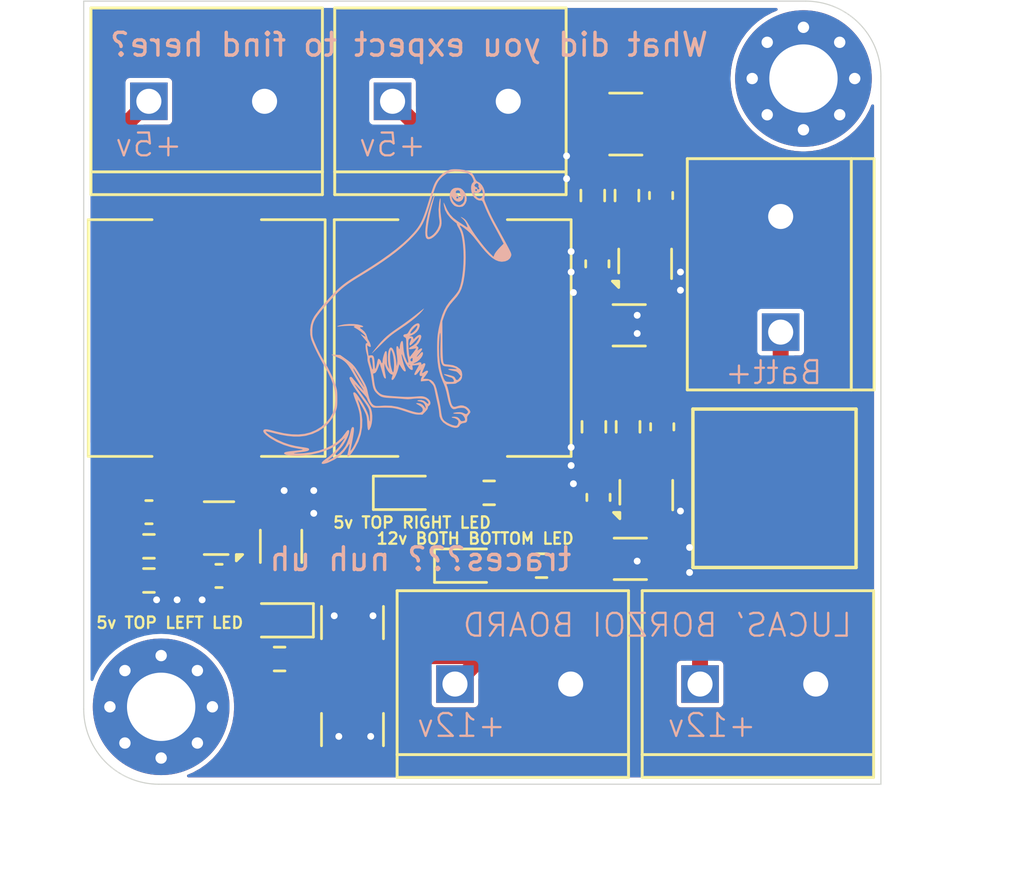
<source format=kicad_pcb>
(kicad_pcb (version 20240108) (generator "pcbnew") (generator_version "8.0")
  (title_block (title "BORZOI") (date "2025-02-13") (comment 4 "Contributors: Lucas Lessard"))
  (layers (0 "F.Cu" signal) (31 "B.Cu" signal) (34 "B.Paste" user) (35 "F.Paste" user) (36 "B.SilkS" user "B.Silkscreen") (37 "F.SilkS" user "F.Silkscreen") (38 "B.Mask" user) (39 "F.Mask" user) (44 "Edge.Cuts" user))
  (net 0 "")
  (net 1 "Net-(U1-SW)")
  (net 2 "Net-(U1-BST)")
  (net 3 "Net-(J2-Pin_1)")
  (net 4 "Net-(U2-BST)")
  (net 5 "Net-(U2-SW)")
  (net 6 "Net-(J3-Pin_1)")
  (net 7 "Net-(U3-SW)")
  (net 8 "Net-(U3-BST)")
  (net 9 "Net-(J1-Pin_1)")
  (net 10 "Net-(U1-FB)")
  (net 11 "Net-(U2-FB)")
  (net 12 "Net-(U3-FB)")
  (net 22 "Net-(J5-Pin_1)")
  (net 23 "Net-(D1-K)")
  (net 34 "Net-(D2-A)")
  (net 35 "Net-(D3-A)")
  (net 36 "Net-(D1-A)")
  (footprint "Capacitor_SMD:C_1210_3225Metric" (layer "F.Cu") (at 114.3 131.5 -90)
    (property "Reference" "C8" (hide yes))
    (property "Value" "47uF")
    (pad "1" smd roundrect (at -1.475 0 270) (size 1.15 2.7) (layers "F.Cu" "F.Paste" "F.Mask") (roundrect_rratio 0.217391) (net 6 "Net-(J3-Pin_1)"))
    (pad "2" smd roundrect (at 1.475 0 270) (size 1.15 2.7) (layers "F.Cu" "F.Paste" "F.Mask") (roundrect_rratio 0.217391) (net 23 "Net-(D1-K)"))
  )
  (footprint "Capacitor_SMD:C_0603_1608Metric" (layer "F.Cu") (at 125.1 121.3 90)
    (property "Reference" "C10" (hide yes))
    (property "Value" "100nF")
    (pad "1" smd roundrect (at -0.775 0 90) (size 0.9 0.95) (layers "F.Cu" "F.Paste" "F.Mask") (net 22 "Net-(J5-Pin_1)"))
    (pad "2" smd roundrect (at 0.775 0 90) (size 0.9 0.95) (layers "F.Cu" "F.Paste" "F.Mask") (net 23 "Net-(D1-K)"))
  )
  (footprint "Resistor_SMD:R_0603_1608Metric" (layer "F.Cu") (at 120.3 121.1 180)
    (property "Reference" "R8" (hide yes))
    (property "Value" "150")
    (pad "1" smd roundrect (at -0.825 0 180) (size 0.8 0.95) (layers "F.Cu" "F.Paste" "F.Mask") (net 3 "Net-(J2-Pin_1)"))
    (pad "2" smd roundrect (at 0.825 0 180) (size 0.8 0.95) (layers "F.Cu" "F.Paste" "F.Mask") (net 34 "Net-(D2-A)"))
  )
  (footprint "MountingHole:MountingHole_3mm_Pad_Via" (layer "F.Cu") (at 105.9 130.5)
    (property "Reference" "H3" (hide yes))
    (property "Value" "MountingHole_Pad")
    (pad "1" thru_hole circle (at -2.25 0) (size 0.8 0.8) (drill 0.5) (layers "*.Cu" "*.Mask"))
    (pad "1" thru_hole circle (at -1.59099 -1.59099) (size 0.8 0.8) (drill 0.5) (layers "*.Cu" "*.Mask"))
    (pad "1" thru_hole circle (at -1.59099 1.59099) (size 0.8 0.8) (drill 0.5) (layers "*.Cu" "*.Mask"))
    (pad "1" thru_hole circle (at 0 -2.25) (size 0.8 0.8) (drill 0.5) (layers "*.Cu" "*.Mask"))
    (pad "1" thru_hole circle (at 0 0) (size 6 6) (drill 3) (layers "*.Cu" "*.Mask"))
    (pad "1" thru_hole circle (at 0 2.25) (size 0.8 0.8) (drill 0.5) (layers "*.Cu" "*.Mask"))
    (pad "1" thru_hole circle (at 1.59099 -1.59099) (size 0.8 0.8) (drill 0.5) (layers "*.Cu" "*.Mask"))
    (pad "1" thru_hole circle (at 1.59099 1.59099) (size 0.8 0.8) (drill 0.5) (layers "*.Cu" "*.Mask"))
    (pad "1" thru_hole circle (at 2.25 0) (size 0.8 0.8) (drill 0.5) (layers "*.Cu" "*.Mask"))
  )
  (footprint "LED_SMD:LED_0603_1608Metric" (layer "F.Cu") (at 116.7 121.1)
    (property "Reference" "D2" (hide yes))
    (property "Value" "GREEN_LED")
    (pad "1" smd roundrect (at -0.7875 0) (size 0.875 0.95) (layers "F.Cu" "F.Paste" "F.Mask") (net 23 "Net-(D1-K)"))
    (pad "2" smd roundrect (at 0.7875 0) (size 0.875 0.95) (layers "F.Cu" "F.Paste" "F.Mask") (net 34 "Net-(D2-A)"))
  )
  (footprint "Inductor_SMD:L_Wuerth_HCI-1050" (layer "F.Cu") (at 118.7 114.3 90)
    (property "Reference" "L1" (hide yes))
    (property "Value" "7.8uH")
    (pad "1" smd rect (at -3.825 0 90) (size 3.85 4) (layers "F.Cu" "F.Paste" "F.Mask") (net 1 "Net-(U1-SW)"))
    (pad "2" smd rect (at 3.825 0 90) (size 3.85 4) (layers "F.Cu" "F.Paste" "F.Mask") (net 3 "Net-(J2-Pin_1)"))
  )
  (footprint "Package_TO_SOT_SMD:SOT-583-8" (layer "F.Cu") (at 127.2 121.2 90)
    (property "Reference" "U3" (hide yes))
    (property "Value" "TPS563300")
    (pad "1" smd roundrect (at -0.74 -0.75 90) (size 0.67 0.3) (layers "F.Cu" "F.Paste" "F.Mask") (roundrect_rratio 0.1666666667))
    (pad "2" smd roundrect (at -0.74 -0.25 90) (size 0.67 0.3) (layers "F.Cu" "F.Paste" "F.Mask") (roundrect_rratio 0.1666666667))
    (pad "3" smd roundrect (at -0.74 0.25 90) (size 0.67 0.3) (layers "F.Cu" "F.Paste" "F.Mask") (roundrect_rratio 0.1666666667) (net 22 "Net-(J5-Pin_1)"))
    (pad "4" smd roundrect (at -0.74 0.75 90) (size 0.67 0.3) (layers "F.Cu" "F.Paste" "F.Mask") (roundrect_rratio 0.1666666667) (net 23 "Net-(D1-K)"))
    (pad "5" smd roundrect (at 0.74 0.75 90) (size 0.67 0.3) (layers "F.Cu" "F.Paste" "F.Mask") (roundrect_rratio 0.1666666667) (net 7 "Net-(U3-SW)"))
    (pad "6" smd roundrect (at 0.74 0.25 90) (size 0.67 0.3) (layers "F.Cu" "F.Paste" "F.Mask") (roundrect_rratio 0.1666666667) (net 8 "Net-(U3-BST)"))
    (pad "7" smd roundrect (at 0.74 -0.25 90) (size 0.67 0.3) (layers "F.Cu" "F.Paste" "F.Mask") (roundrect_rratio 0.1666666667))
    (pad "8" smd roundrect (at 0.74 -0.75 90) (size 0.67 0.3) (layers "F.Cu" "F.Paste" "F.Mask") (roundrect_rratio 0.1666666667) (net 12 "Net-(U3-FB)"))
  )
  (footprint "Resistor_SMD:R_0603_1608Metric" (layer "F.Cu") (at 126.4 118.2 -90)
    (property "Reference" "R5" (hide yes))
    (property "Value" "140k")
    (pad "1" smd roundrect (at -0.825 0 270) (size 0.8 0.95) (layers "F.Cu" "F.Paste" "F.Mask") (net 9 "Net-(J1-Pin_1)"))
    (pad "2" smd roundrect (at 0.825 0 270) (size 0.8 0.95) (layers "F.Cu" "F.Paste" "F.Mask") (net 12 "Net-(U3-FB)"))
  )
  (footprint "Capacitor_SMD:C_0603_1608Metric" (layer "F.Cu") (at 125.05 111.04 90)
    (property "Reference" "C1" (hide yes))
    (property "Value" "100nF")
    (pad "1" smd roundrect (at -0.775 0 90) (size 0.9 0.95) (layers "F.Cu" "F.Paste" "F.Mask") (net 22 "Net-(J5-Pin_1)"))
    (pad "2" smd roundrect (at 0.775 0 90) (size 0.9 0.95) (layers "F.Cu" "F.Paste" "F.Mask") (net 23 "Net-(D1-K)"))
  )
  (footprint "MountingHole:MountingHole_3mm_Pad_Via" (layer "F.Cu") (at 134.1 102.9)
    (property "Reference" "H2" (hide yes))
    (property "Value" "MountingHole_Pad")
    (pad "1" thru_hole circle (at -2.25 0) (size 0.8 0.8) (drill 0.5) (layers "*.Cu" "*.Mask"))
    (pad "1" thru_hole circle (at -1.59099 -1.59099) (size 0.8 0.8) (drill 0.5) (layers "*.Cu" "*.Mask"))
    (pad "1" thru_hole circle (at -1.59099 1.59099) (size 0.8 0.8) (drill 0.5) (layers "*.Cu" "*.Mask"))
    (pad "1" thru_hole circle (at 0 -2.25) (size 0.8 0.8) (drill 0.5) (layers "*.Cu" "*.Mask"))
    (pad "1" thru_hole circle (at 0 0) (size 6 6) (drill 3) (layers "*.Cu" "*.Mask"))
    (pad "1" thru_hole circle (at 0 2.25) (size 0.8 0.8) (drill 0.5) (layers "*.Cu" "*.Mask"))
    (pad "1" thru_hole circle (at 1.59099 -1.59099) (size 0.8 0.8) (drill 0.5) (layers "*.Cu" "*.Mask"))
    (pad "1" thru_hole circle (at 1.59099 1.59099) (size 0.8 0.8) (drill 0.5) (layers "*.Cu" "*.Mask"))
    (pad "1" thru_hole circle (at 2.25 0) (size 0.8 0.8) (drill 0.5) (layers "*.Cu" "*.Mask"))
  )
  (footprint "Inductor_Coilcraft:L_Coilcraft_XGL6060-XXX" (layer "F.Cu") (at 132.8283 120.9)
    (property "Reference" "L3" (hide yes))
    (property "Value" "12uH")
    (pad "1" smd rect (at -2.1717 0) (size 1.2954 5.0038) (layers "F.Cu" "F.Paste" "F.Mask") (net 7 "Net-(U3-SW)"))
    (pad "2" smd rect (at 2.1717 0) (size 1.2954 5.0038) (layers "F.Cu" "F.Paste" "F.Mask") (net 9 "Net-(J1-Pin_1)"))
  )
  (footprint "Resistor_SMD:R_0603_1608Metric" (layer "F.Cu") (at 122.6 124.3 180)
    (property "Reference" "R7" (hide yes))
    (property "Value" "330")
    (pad "1" smd roundrect (at -0.825 0 180) (size 0.8 0.95) (layers "F.Cu" "F.Paste" "F.Mask") (net 9 "Net-(J1-Pin_1)"))
    (pad "2" smd roundrect (at 0.825 0 180) (size 0.8 0.95) (layers "F.Cu" "F.Paste" "F.Mask") (net 36 "Net-(D1-A)"))
  )
  (footprint "Capacitor_SMD:C_0603_1608Metric" (layer "F.Cu") (at 108.44 124.75 180)
    (property "Reference" "C6" (hide yes))
    (property "Value" "100nF")
    (pad "1" smd roundrect (at -0.775 0 180) (size 0.9 0.95) (layers "F.Cu" "F.Paste" "F.Mask") (net 22 "Net-(J5-Pin_1)"))
    (pad "2" smd roundrect (at 0.775 0 180) (size 0.9 0.95) (layers "F.Cu" "F.Paste" "F.Mask") (net 23 "Net-(D1-K)"))
  )
  (footprint "Capacitor_SMD:C_0603_1608Metric" (layer "F.Cu") (at 105.365 121.95 180)
    (property "Reference" "C7" (hide yes))
    (property "Value" "100nF")
    (pad "1" smd roundrect (at -0.775 0 180) (size 0.9 0.95) (layers "F.Cu" "F.Paste" "F.Mask") (net 4 "Net-(U2-BST)"))
    (pad "2" smd roundrect (at 0.775 0 180) (size 0.9 0.95) (layers "F.Cu" "F.Paste" "F.Mask") (net 5 "Net-(U2-SW)"))
  )
  (footprint "Capacitor_SMD:C_1206_3216Metric" (layer "F.Cu") (at 126.5 124)
    (property "Reference" "C9" (hide yes))
    (property "Value" "10uF")
    (pad "1" smd roundrect (at -1.475 0) (size 1.15 1.8) (layers "F.Cu" "F.Paste" "F.Mask") (roundrect_rratio 0.217391) (net 22 "Net-(J5-Pin_1)"))
    (pad "2" smd roundrect (at 1.475 0) (size 1.15 1.8) (layers "F.Cu" "F.Paste" "F.Mask") (roundrect_rratio 0.217391) (net 23 "Net-(D1-K)"))
  )
  (footprint "Connector_TE_Terminal-Block:TE_282837-2" (layer "F.Cu") (at 118.6 103.9)
    (property "Reference" "J2" (hide yes))
    (property "Value" "Screw_Terminal_01x02")
    (pad "1" thru_hole rect (at -2.54 0) (size 1.65 1.65) (drill 1.1) (layers "*.Cu" "*.Mask") (net 3 "Net-(J2-Pin_1)"))
    (pad "2" thru_hole circle (at 2.54 0) (size 1.65 1.65) (drill 1.1) (layers "*.Cu" "*.Mask") (net 23 "Net-(D1-K)"))
  )
  (footprint "Resistor_SMD:R_0603_1608Metric" (layer "F.Cu") (at 124.9 118.2 -90)
    (property "Reference" "R6" (hide yes))
    (property "Value" "10k")
    (pad "1" smd roundrect (at -0.825 0 270) (size 0.8 0.95) (layers "F.Cu" "F.Paste" "F.Mask") (net 12 "Net-(U3-FB)"))
    (pad "2" smd roundrect (at 0.825 0 270) (size 0.8 0.95) (layers "F.Cu" "F.Paste" "F.Mask") (net 23 "Net-(D1-K)"))
  )
  (footprint "Connector_TE_Terminal-Block:TE_282837-2" (layer "F.Cu") (at 107.9 103.9)
    (property "Reference" "J3" (hide yes))
    (property "Value" "Screw_Terminal_01x02")
    (pad "1" thru_hole rect (at -2.54 0) (size 1.65 1.65) (drill 1.1) (layers "*.Cu" "*.Mask") (net 6 "Net-(J3-Pin_1)"))
    (pad "2" thru_hole circle (at 2.54 0) (size 1.65 1.65) (drill 1.1) (layers "*.Cu" "*.Mask") (net 23 "Net-(D1-K)"))
  )
  (footprint "Capacitor_SMD:C_1210_3225Metric" (layer "F.Cu") (at 114.3 126.8 90)
    (property "Reference" "C12" (hide yes))
    (property "Value" "47uF")
    (pad "1" smd roundrect (at -1.475 0 90) (size 1.15 2.7) (layers "F.Cu" "F.Paste" "F.Mask") (roundrect_rratio 0.217391) (net 9 "Net-(J1-Pin_1)"))
    (pad "2" smd roundrect (at 1.475 0 90) (size 1.15 2.7) (layers "F.Cu" "F.Paste" "F.Mask") (roundrect_rratio 0.217391) (net 23 "Net-(D1-K)"))
  )
  (footprint "LED_SMD:LED_0603_1608Metric" (layer "F.Cu") (at 111.1 126.7 180)
    (property "Reference" "D3" (hide yes))
    (property "Value" "GREEN_LED")
    (pad "1" smd roundrect (at -0.7875 0 180) (size 0.875 0.95) (layers "F.Cu" "F.Paste" "F.Mask") (net 23 "Net-(D1-K)"))
    (pad "2" smd roundrect (at 0.7875 0 180) (size 0.875 0.95) (layers "F.Cu" "F.Paste" "F.Mask") (net 35 "Net-(D3-A)"))
  )
  (footprint "Connector_TE_Terminal-Block:TE_282837-2" (layer "F.Cu") (at 121.34 129.5)
    (property "Reference" "J1" (hide yes))
    (property "Value" "Screw_Terminal_01x02")
    (pad "1" thru_hole rect (at -2.54 0) (size 1.65 1.65) (drill 1.1) (layers "*.Cu" "*.Mask") (net 9 "Net-(J1-Pin_1)"))
    (pad "2" thru_hole circle (at 2.54 0) (size 1.65 1.65) (drill 1.1) (layers "*.Cu" "*.Mask") (net 23 "Net-(D1-K)"))
  )
  (footprint "Package_TO_SOT_SMD:SOT-583-8" (layer "F.Cu") (at 108.44 122.65 180)
    (property "Reference" "U2" (hide yes))
    (property "Value" "TPS563300")
    (pad "1" smd roundrect (at -0.74 -0.75 180) (size 0.67 0.3) (layers "F.Cu" "F.Paste" "F.Mask") (roundrect_rratio 0.1666666667))
    (pad "2" smd roundrect (at -0.74 -0.25 180) (size 0.67 0.3) (layers "F.Cu" "F.Paste" "F.Mask") (roundrect_rratio 0.1666666667))
    (pad "3" smd roundrect (at -0.74 0.25 180) (size 0.67 0.3) (layers "F.Cu" "F.Paste" "F.Mask") (roundrect_rratio 0.1666666667) (net 22 "Net-(J5-Pin_1)"))
    (pad "4" smd roundrect (at -0.74 0.75 180) (size 0.67 0.3) (layers "F.Cu" "F.Paste" "F.Mask") (roundrect_rratio 0.1666666667) (net 23 "Net-(D1-K)"))
    (pad "5" smd roundrect (at 0.74 0.75 180) (size 0.67 0.3) (layers "F.Cu" "F.Paste" "F.Mask") (roundrect_rratio 0.1666666667) (net 5 "Net-(U2-SW)"))
    (pad "6" smd roundrect (at 0.74 0.25 180) (size 0.67 0.3) (layers "F.Cu" "F.Paste" "F.Mask") (roundrect_rratio 0.1666666667) (net 4 "Net-(U2-BST)"))
    (pad "7" smd roundrect (at 0.74 -0.25 180) (size 0.67 0.3) (layers "F.Cu" "F.Paste" "F.Mask") (roundrect_rratio 0.1666666667))
    (pad "8" smd roundrect (at 0.74 -0.75 180) (size 0.67 0.3) (layers "F.Cu" "F.Paste" "F.Mask") (roundrect_rratio 0.1666666667) (net 11 "Net-(U2-FB)"))
  )
  (footprint "Resistor_SMD:R_0603_1608Metric" (layer "F.Cu") (at 105.365 124.95)
    (property "Reference" "R4" (hide yes))
    (property "Value" "10k")
    (pad "1" smd roundrect (at -0.825 0) (size 0.8 0.95) (layers "F.Cu" "F.Paste" "F.Mask") (net 11 "Net-(U2-FB)"))
    (pad "2" smd roundrect (at 0.825 0) (size 0.8 0.95) (layers "F.Cu" "F.Paste" "F.Mask") (net 23 "Net-(D1-K)"))
  )
  (footprint "Connector_TE_Terminal-Block:TE_282837-2" (layer "F.Cu") (at 133.1 111.5 90)
    (property "Reference" "J5" (hide yes))
    (property "Value" "Screw_Terminal_01x02")
    (pad "1" thru_hole rect (at -2.54 0 90) (size 1.65 1.65) (drill 1.1) (layers "*.Cu" "*.Mask") (net 22 "Net-(J5-Pin_1)"))
    (pad "2" thru_hole circle (at 2.54 0 90) (size 1.65 1.65) (drill 1.1) (layers "*.Cu" "*.Mask") (net 23 "Net-(D1-K)"))
  )
  (footprint "Resistor_SMD:R_0603_1608Metric" (layer "F.Cu") (at 111.1 128.4)
    (property "Reference" "R9" (hide yes))
    (property "Value" "150")
    (pad "1" smd roundrect (at -0.825 0) (size 0.8 0.95) (layers "F.Cu" "F.Paste" "F.Mask") (net 6 "Net-(J3-Pin_1)"))
    (pad "2" smd roundrect (at 0.825 0) (size 0.8 0.95) (layers "F.Cu" "F.Paste" "F.Mask") (net 35 "Net-(D3-A)"))
  )
  (footprint "Capacitor_SMD:C_1206_3216Metric" (layer "F.Cu") (at 126.45 113.74)
    (property "Reference" "C2" (hide yes))
    (property "Value" "10uF")
    (pad "1" smd roundrect (at -1.475 0) (size 1.15 1.8) (layers "F.Cu" "F.Paste" "F.Mask") (roundrect_rratio 0.217391) (net 22 "Net-(J5-Pin_1)"))
    (pad "2" smd roundrect (at 1.475 0) (size 1.15 1.8) (layers "F.Cu" "F.Paste" "F.Mask") (roundrect_rratio 0.217391) (net 23 "Net-(D1-K)"))
  )
  (footprint "LED_SMD:LED_0603_1608Metric" (layer "F.Cu") (at 119.3875 124.3)
    (property "Reference" "D1" (hide yes))
    (property "Value" "AMBER_LED")
    (pad "1" smd roundrect (at -0.7875 0) (size 0.875 0.95) (layers "F.Cu" "F.Paste" "F.Mask") (net 23 "Net-(D1-K)"))
    (pad "2" smd roundrect (at 0.7875 0) (size 0.875 0.95) (layers "F.Cu" "F.Paste" "F.Mask") (net 36 "Net-(D1-A)"))
  )
  (footprint "Inductor_SMD:L_Wuerth_HCI-1050" (layer "F.Cu") (at 107.9 114.3 -90)
    (property "Reference" "L2" (hide yes))
    (property "Value" "7.8uH")
    (pad "1" smd rect (at -3.825 0 270) (size 3.85 4) (layers "F.Cu" "F.Paste" "F.Mask") (net 5 "Net-(U2-SW)"))
    (pad "2" smd rect (at 3.825 0 270) (size 3.85 4) (layers "F.Cu" "F.Paste" "F.Mask") (net 6 "Net-(J3-Pin_1)"))
  )
  (footprint "Resistor_SMD:R_0603_1608Metric" (layer "F.Cu") (at 124.85 108.04 -90)
    (property "Reference" "R2" (hide yes))
    (property "Value" "10k")
    (pad "1" smd roundrect (at -0.825 0 270) (size 0.8 0.95) (layers "F.Cu" "F.Paste" "F.Mask") (net 10 "Net-(U1-FB)"))
    (pad "2" smd roundrect (at 0.825 0 270) (size 0.8 0.95) (layers "F.Cu" "F.Paste" "F.Mask") (net 23 "Net-(D1-K)"))
  )
  (footprint "Resistor_SMD:R_0603_1608Metric" (layer "F.Cu") (at 126.35 108.04 -90)
    (property "Reference" "R1" (hide yes))
    (property "Value" "52.3k")
    (pad "1" smd roundrect (at -0.825 0 270) (size 0.8 0.95) (layers "F.Cu" "F.Paste" "F.Mask") (net 3 "Net-(J2-Pin_1)"))
    (pad "2" smd roundrect (at 0.825 0 270) (size 0.8 0.95) (layers "F.Cu" "F.Paste" "F.Mask") (net 10 "Net-(U1-FB)"))
  )
  (footprint "Connector_TE_Terminal-Block:TE_282837-2" (layer "F.Cu") (at 132.1 129.5)
    (property "Reference" "J4" (hide yes))
    (property "Value" "Screw_Terminal_01x02")
    (pad "1" thru_hole rect (at -2.54 0) (size 1.65 1.65) (drill 1.1) (layers "*.Cu" "*.Mask") (net 9 "Net-(J1-Pin_1)"))
    (pad "2" thru_hole circle (at 2.54 0) (size 1.65 1.65) (drill 1.1) (layers "*.Cu" "*.Mask") (net 23 "Net-(D1-K)"))
  )
  (footprint "Package_TO_SOT_SMD:SOT-583-8" (layer "F.Cu") (at 127.15 111.04 90)
    (property "Reference" "U1" (hide yes))
    (property "Value" "TPS563300")
    (pad "1" smd roundrect (at -0.74 -0.75 90) (size 0.67 0.3) (layers "F.Cu" "F.Paste" "F.Mask") (roundrect_rratio 0.1666666667))
    (pad "2" smd roundrect (at -0.74 -0.25 90) (size 0.67 0.3) (layers "F.Cu" "F.Paste" "F.Mask") (roundrect_rratio 0.1666666667))
    (pad "3" smd roundrect (at -0.74 0.25 90) (size 0.67 0.3) (layers "F.Cu" "F.Paste" "F.Mask") (roundrect_rratio 0.1666666667) (net 22 "Net-(J5-Pin_1)"))
    (pad "4" smd roundrect (at -0.74 0.75 90) (size 0.67 0.3) (layers "F.Cu" "F.Paste" "F.Mask") (roundrect_rratio 0.1666666667) (net 23 "Net-(D1-K)"))
    (pad "5" smd roundrect (at 0.74 0.75 90) (size 0.67 0.3) (layers "F.Cu" "F.Paste" "F.Mask") (roundrect_rratio 0.1666666667) (net 1 "Net-(U1-SW)"))
    (pad "6" smd roundrect (at 0.74 0.25 90) (size 0.67 0.3) (layers "F.Cu" "F.Paste" "F.Mask") (roundrect_rratio 0.1666666667) (net 2 "Net-(U1-BST)"))
    (pad "7" smd roundrect (at 0.74 -0.25 90) (size 0.67 0.3) (layers "F.Cu" "F.Paste" "F.Mask") (roundrect_rratio 0.1666666667))
    (pad "8" smd roundrect (at 0.74 -0.75 90) (size 0.67 0.3) (layers "F.Cu" "F.Paste" "F.Mask") (roundrect_rratio 0.1666666667) (net 10 "Net-(U1-FB)"))
  )
  (footprint "Resistor_SMD:R_0603_1608Metric" (layer "F.Cu") (at 105.365 123.45)
    (property "Reference" "R3" (hide yes))
    (property "Value" "52.3k")
    (pad "1" smd roundrect (at -0.825 0) (size 0.8 0.95) (layers "F.Cu" "F.Paste" "F.Mask") (net 6 "Net-(J3-Pin_1)"))
    (pad "2" smd roundrect (at 0.825 0) (size 0.8 0.95) (layers "F.Cu" "F.Paste" "F.Mask") (net 11 "Net-(U2-FB)"))
  )
  (footprint "Capacitor_SMD:C_0603_1608Metric" (layer "F.Cu") (at 127.85 108.04 90)
    (property "Reference" "C3" (hide yes))
    (property "Value" "100nF")
    (pad "1" smd roundrect (at -0.775 0 90) (size 0.9 0.95) (layers "F.Cu" "F.Paste" "F.Mask") (net 2 "Net-(U1-BST)"))
    (pad "2" smd roundrect (at 0.775 0 90) (size 0.9 0.95) (layers "F.Cu" "F.Paste" "F.Mask") (net 1 "Net-(U1-SW)"))
  )
  (footprint "Capacitor_SMD:C_1210_3225Metric" (layer "F.Cu") (at 126.3 104.9 180)
    (property "Reference" "C4" (hide yes))
    (property "Value" "47uF")
    (pad "1" smd roundrect (at -1.475 0 180) (size 1.15 2.7) (layers "F.Cu" "F.Paste" "F.Mask") (roundrect_rratio 0.217391) (net 3 "Net-(J2-Pin_1)"))
    (pad "2" smd roundrect (at 1.475 0 180) (size 1.15 2.7) (layers "F.Cu" "F.Paste" "F.Mask") (roundrect_rratio 0.217391) (net 23 "Net-(D1-K)"))
  )
  (footprint "Capacitor_SMD:C_1206_3216Metric" (layer "F.Cu") (at 111.165 123.45 90)
    (property "Reference" "C5" (hide yes))
    (property "Value" "10uF")
    (pad "1" smd roundrect (at -1.475 0 90) (size 1.15 1.8) (layers "F.Cu" "F.Paste" "F.Mask") (roundrect_rratio 0.217391) (net 22 "Net-(J5-Pin_1)"))
    (pad "2" smd roundrect (at 1.475 0 90) (size 1.15 1.8) (layers "F.Cu" "F.Paste" "F.Mask") (roundrect_rratio 0.217391) (net 23 "Net-(D1-K)"))
  )
  (footprint "Capacitor_SMD:C_0603_1608Metric" (layer "F.Cu") (at 127.9 118.2 90)
    (property "Reference" "C11" (hide yes))
    (property "Value" "100nF")
    (pad "1" smd roundrect (at -0.775 0 90) (size 0.9 0.95) (layers "F.Cu" "F.Paste" "F.Mask") (net 8 "Net-(U3-BST)"))
    (pad "2" smd roundrect (at 0.775 0 90) (size 0.9 0.95) (layers "F.Cu" "F.Paste" "F.Mask") (net 7 "Net-(U3-SW)"))
  )
  (footprint "memes:dogs" (layer "B.Cu") (at 115.9 113.1 180)
    (property "Reference" "G***" (hide yes))
    (property "Value" "LOGO" (hide yes))
  )
  (gr_line (start 137.5 133.9) (end 105.8 133.9) (stroke (width 0.05)) (layer "Edge.Cuts"))
  (gr_line (start 137.5 102.8) (end 137.5 133.9) (stroke (width 0.05)) (layer "Edge.Cuts"))
  (gr_line (start 102.5 99.5) (end 134.2 99.5) (stroke (width 0.05)) (layer "Edge.Cuts"))
  (gr_arc (start 134.2 99.5) (mid 136.533452 100.466548) (end 137.5 102.8) (stroke (width 0.05)) (layer "Edge.Cuts"))
  (gr_line (start 102.5 130.6) (end 102.5 99.5) (stroke (width 0.05)) (layer "Edge.Cuts"))
  (gr_arc (start 105.8 133.9) (mid 103.466548 132.933452) (end 102.5 130.6) (stroke (width 0.05)) (layer "Edge.Cuts"))
  (gr_text "+5v" (at 106.9 106.4 0) (layer "B.SilkS") (effects (font (size 1 1) (thickness 0.1)) (justify left bottom mirror)))
  (gr_text "+12v" (at 132.1 131.9 0) (layer "B.SilkS") (effects (font (size 1 1) (thickness 0.1)) (justify left bottom mirror)))
  (gr_text "+5v" (at 117.6 106.4 0) (layer "B.SilkS") (effects (font (size 1 1) (thickness 0.1)) (justify left bottom mirror)))
  (gr_text "LUCAS' BORZOI BOARD" (at 136.3 127.5 0) (layer "B.SilkS") (effects (font (size 1 1) (thickness 0.1)) (justify left bottom mirror)))
  (gr_text "What did you expect to find here?" (at 130 102 0) (layer "B.SilkS") (effects (font (size 1 1)) (justify left bottom mirror)))
  (gr_text "traces??? nuh uh" (at 124 124.6 0) (layer "B.SilkS") (effects (font (size 1 1)) (justify left bottom mirror)))
  (gr_text "Batt+" (at 135 116.4 0) (layer "B.SilkS") (effects (font (size 1 1) (thickness 0.1)) (justify left bottom mirror)))
  (gr_text "+12v" (at 121.1 131.9 0) (layer "B.SilkS") (effects (font (size 1 1) (thickness 0.1)) (justify left bottom mirror)))
  (gr_text "12v BOTH BOTTOM LED" (at 115.3 123.4 0) (layer "F.SilkS") (effects (font (size 0.5 0.5) (thickness 0.1) (bold yes)) (justify left bottom)))
  (gr_text "5v TOP RIGHT LED" (at 113.4 122.7 0) (layer "F.SilkS") (effects (font (size 0.5 0.5) (thickness 0.1) (bold yes)) (justify left bottom)))
  (gr_text "5v TOP LEFT LED" (at 103 127.1 0) (layer "F.SilkS") (effects (font (size 0.5 0.5) (thickness 0.1) (bold yes)) (justify left bottom)))
  (segment (start 128.9 106.69) (end 128.9 109.9) (width 0.7) (layer "F.Cu") (net 1))
  (segment (start 128.9 103.361702) (end 128.9 106.69) (width 0.7) (layer "F.Cu") (net 1))
  (segment (start 118.7 118.125) (end 118.625 118.125) (width 0.7) (layer "F.Cu") (net 1))
  (segment (start 114.4 113.625) (end 114.3 113.725) (width 0.7) (layer "F.Cu") (net 1))
  (segment (start 118.7 118.125) (end 114.3 113.725) (width 0.7) (layer "F.Cu") (net 1))
  (segment (start 127.638298 102.1) (end 128.9 103.361702) (width 0.7) (layer "F.Cu") (net 1))
  (segment (start 128.9 109.9) (end 128.5 110.3) (width 0.7) (layer "F.Cu") (net 1))
  (segment (start 114.4 102.1) (end 127.638298 102.1) (width 0.7) (layer "F.Cu") (net 1))
  (segment (start 128.9 106.69) (end 128.325 107.265) (width 0.7) (layer "F.Cu") (net 1))
  (segment (start 128.325 107.265) (end 127.85 107.265) (width 0.7) (layer "F.Cu") (net 1))
  (segment (start 114.4 102.1) (end 114.4 113.625) (width 0.7) (layer "F.Cu") (net 1))
  (segment (start 127.85 107.265) (end 127.87725 107.265) (width 0.7) (layer "F.Cu") (net 1))
  (segment (start 123.7 105.061702) (end 122.221702 106.54) (width 0.7) (layer "F.Cu") (net 3))
  (segment (start 118.7 110.475) (end 118.7 106.54) (width 0.7) (layer "F.Cu") (net 3))
  (segment (start 126.35 103.35) (end 126.35 104.8) (width 0.7) (layer "F.Cu") (net 3))
  (segment (start 126 103) (end 124.161702 103) (width 0.7) (layer "F.Cu") (net 3))
  (segment (start 126.35 104.8) (end 126.35 107.215) (width 0.7) (layer "F.Cu") (net 3))
  (segment (start 126.35 103.35) (end 126 103) (width 0.7) (layer "F.Cu") (net 3))
  (segment (start 124.161702 103) (end 123.7 103.461702) (width 0.7) (layer "F.Cu") (net 3))
  (segment (start 127.775 104.8) (end 126.35 104.8) (width 0.7) (layer "F.Cu") (net 3))
  (segment (start 121.0875 112.8625) (end 118.7 110.475) (width 0.2) (layer "F.Cu") (net 3))
  (segment (start 123.7 103.461702) (end 123.7 105.061702) (width 0.7) (layer "F.Cu") (net 3))
  (segment (start 121.0875 121.1) (end 121.0875 112.8625) (width 0.2) (layer "F.Cu") (net 3))
  (segment (start 118.7 106.54) (end 122.221702 106.54) (width 0.7) (layer "F.Cu") (net 3))
  (segment (start 118.7 106.54) (end 116.06 103.9) (width 0.7) (layer "F.Cu") (net 3))
  (segment (start 107.9 110.475) (end 111.6 114.175) (width 0.7) (layer "F.Cu") (net 5))
  (segment (start 111.6 119.45) (end 110.125 120.925) (width 0.7) (layer "F.Cu") (net 5))
  (segment (start 105.58775 120.925) (end 104.59 121.92275) (width 0.7) (layer "F.Cu") (net 5))
  (segment (start 111.6 114.175) (end 111.6 119.45) (width 0.7) (layer "F.Cu") (net 5))
  (segment (start 110.125 120.925) (end 105.58775 120.925) (width 0.7) (layer "F.Cu") (net 5))
  (segment (start 104.59 121.92275) (end 104.59 121.95) (width 0.7) (layer "F.Cu") (net 5))
  (segment (start 107.9 126.7) (end 109.55 128.35) (width 0.7) (layer "F.Cu") (net 6))
  (segment (start 105.36 103.9) (end 104.475 104.785) (width 0.7) (layer "F.Cu") (net 6))
  (segment (start 104.14 123.45) (end 104.54 123.45) (width 0.7) (layer "F.Cu") (net 6))
  (segment (start 107.9 118.125) (end 104.475 118.125) (width 0.7) (layer "F.Cu") (net 6))
  (segment (start 110.3125 128.4) (end 109.6 128.4) (width 0.2) (layer "F.Cu") (net 6))
  (segment (start 109.55 128.35) (end 111.225 130.025) (width 0.7) (layer "F.Cu") (net 6))
  (segment (start 104.475 118.125) (end 103.35 119.25) (width 0.7) (layer "F.Cu") (net 6))
  (segment (start 111.225 130.025) (end 114.3 130.025) (width 0.7) (layer "F.Cu") (net 6))
  (segment (start 109.6 128.4) (end 109.55 128.35) (width 0.2) (layer "F.Cu") (net 6))
  (segment (start 103.35 122.66) (end 104.14 123.45) (width 0.7) (layer "F.Cu") (net 6))
  (segment (start 103.35 119.25) (end 103.35 122.66) (width 0.7) (layer "F.Cu") (net 6))
  (segment (start 104.748798 126.7) (end 107.9 126.7) (width 0.7) (layer "F.Cu") (net 6))
  (segment (start 103.35 125.301202) (end 104.748798 126.7) (width 0.7) (layer "F.Cu") (net 6))
  (segment (start 103.35 122.66) (end 103.35 125.301202) (width 0.7) (layer "F.Cu") (net 6))
  (segment (start 104.475 104.785) (end 104.475 118.125) (width 0.7) (layer "F.Cu") (net 6))
  (segment (start 127.9 117.425) (end 128.375 117.425) (width 0.7) (layer "F.Cu") (net 7))
  (segment (start 128.925 119.885) (end 128.65 120.16) (width 0.7) (layer "F.Cu") (net 7))
  (segment (start 128.925 117.975) (end 128.925 119.885) (width 0.7) (layer "F.Cu") (net 7))
  (segment (start 128.375 117.425) (end 128.925 117.975) (width 0.7) (layer "F.Cu") (net 7))
  (segment (start 130.6566 120.9) (end 130.6566 119.7066) (width 0.7) (layer "F.Cu") (net 7))
  (segment (start 127.9 117.425) (end 127.92725 117.425) (width 0.7) (layer "F.Cu") (net 7))
  (segment (start 130.6566 119.7066) (end 128.925 117.975) (width 0.7) (layer "F.Cu") (net 7))
  (segment (start 126.4 116.975) (end 126.4 117.375) (width 0.7) (layer "F.Cu") (net 9))
  (segment (start 120.025 128.275) (end 114.3 128.275) (width 0.7) (layer "F.Cu") (net 9))
  (segment (start 121.25 127.05) (end 118.8 129.5) (width 0.7) (layer "F.Cu") (net 9))
  (segment (start 135 126.69) (end 134.64 127.05) (width 0.7) (layer "F.Cu") (net 9))
  (segment (start 123.3875 126.7625) (end 123.1 127.05) (width 0.2) (layer "F.Cu") (net 9))
  (segment (start 135 120.9) (end 135 126.69) (width 0.7) (layer "F.Cu") (net 9))
  (segment (start 128.695 115.695) (end 127.99 116.4) (width 0.7) (layer "F.Cu") (net 9))
  (segment (start 121.25 127.05) (end 120.025 128.275) (width 0.7) (layer "F.Cu") (net 9))
  (segment (start 128.695 115.695) (end 131.725 112.665) (width 0.7) (layer "F.Cu") (net 9))
  (segment (start 129.5 127.05) (end 123.1 127.05) (width 0.7) (layer "F.Cu") (net 9))
  (segment (start 129.56 127.11) (end 129.56 129.5) (width 0.7) (layer "F.Cu") (net 9))
  (segment (start 134.475 112.665) (end 135 113.19) (width 0.7) (layer "F.Cu") (net 9))
  (segment (start 129.5 127.05) (end 129.56 127.11) (width 0.7) (layer "F.Cu") (net 9))
  (segment (start 131.725 112.665) (end 134.475 112.665) (width 0.7) (layer "F.Cu") (net 9))
  (segment (start 134.64 127.05) (end 129.5 127.05) (width 0.7) (layer "F.Cu") (net 9))
  (segment (start 123.3875 124.3) (end 123.3875 126.7625) (width 0.2) (layer "F.Cu") (net 9))
  (segment (start 127.99 116.4) (end 126.975 116.4) (width 0.7) (layer "F.Cu") (net 9))
  (segment (start 123.1 127.05) (end 121.25 127.05) (width 0.7) (layer "F.Cu") (net 9))
  (segment (start 126.975 116.4) (end 126.4 116.975) (width 0.7) (layer "F.Cu") (net 9))
  (segment (start 135 113.19) (end 135 120.9) (width 0.7) (layer "F.Cu") (net 9))
  (segment (start 126.35 108.756202) (end 126.35 108.865) (width 0.7) (layer "F.Cu") (net 10))
  (segment (start 124.85 107.215) (end 124.85 107.256202) (width 0.7) (layer "F.Cu") (net 10))
  (segment (start 124.85 107.256202) (end 126.35 108.756202) (width 0.7) (layer "F.Cu") (net 10))
  (segment (start 104.648798 124.95) (end 106.148798 123.45) (width 0.7) (layer "F.Cu") (net 11))
  (segment (start 104.54 124.95) (end 104.648798 124.95) (width 0.7) (layer "F.Cu") (net 11))
  (segment (start 106.148798 123.45) (end 106.19 123.45) (width 0.7) (layer "F.Cu") (net 11))
  (segment (start 124.9 117.375) (end 124.9 117.483798) (width 0.7) (layer "F.Cu") (net 12))
  (segment (start 124.9 117.483798) (end 126.4 118.983798) (width 0.7) (layer "F.Cu") (net 12))
  (segment (start 126.4 118.983798) (end 126.4 119.025) (width 0.7) (layer "F.Cu") (net 12))
  (segment (start 130.1062 125.7) (end 126.725 125.7) (width 0.7) (layer "F.Cu") (net 22))
  (segment (start 114.3 122.2) (end 122.3 122.2) (width 0.7) (layer "F.Cu") (net 22))
  (segment (start 125.05 111.815) (end 125.05 113.665) (width 0.7) (layer "F.Cu") (net 22))
  (segment (start 124.975 122.2) (end 125.1 122.075) (width 0.7) (layer "F.Cu") (net 22))
  (segment (start 125.1 122.075) (end 125.1 123.925) (width 0.7) (layer "F.Cu") (net 22))
  (segment (start 133.1 122.7062) (end 130.1062 125.7) (width 0.7) (layer "F.Cu") (net 22))
  (segment (start 125.05 113.665) (end 124.975 113.74) (width 0.7) (layer "F.Cu") (net 22))
  (segment (start 111.165 124.925) (end 109.39 124.925) (width 0.7) (layer "F.Cu") (net 22))
  (segment (start 126.725 125.7) (end 125.025 124) (width 0.7) (layer "F.Cu") (net 22))
  (segment (start 124.975 115.44) (end 122.3 118.115) (width 0.7) (layer "F.Cu") (net 22))
  (segment (start 133.1 114.04) (end 133.1 122.7062) (width 0.7) (layer "F.Cu") (net 22))
  (segment (start 125.1 123.925) (end 125.025 124) (width 0.7) (layer "F.Cu") (net 22))
  (segment (start 109.39 124.925) (end 109.215 124.75) (width 0.7) (layer "F.Cu") (net 22))
  (segment (start 111.575 124.925) (end 114.3 122.2) (width 0.7) (layer "F.Cu") (net 22))
  (segment (start 124.975 113.74) (end 124.975 115.44) (width 0.7) (layer "F.Cu") (net 22))
  (segment (start 122.3 122.2) (end 124.975 122.2) (width 0.7) (layer "F.Cu") (net 22))
  (segment (start 111.165 124.925) (end 111.575 124.925) (width 0.7) (layer "F.Cu") (net 22))
  (segment (start 122.3 118.115) (end 122.3 122.2) (width 0.7) (layer "F.Cu") (net 22))
  (segment (start 124.85 110.065) (end 125.05 110.265) (width 0.7) (layer "F.Cu") (net 23))
  (segment (start 124.9 120.325) (end 125.1 120.525) (width 0.7) (layer "F.Cu") (net 23))
  (segment (start 124.85 108.865) (end 124.85 110.065) (width 0.7) (layer "F.Cu") (net 23))
  (segment (start 124.9 119.025) (end 124.9 120.325) (width 0.7) (layer "F.Cu") (net 23))
  (segment (start 134.64 129.5) (end 134.64 129.57) (width 0.7) (layer "F.Cu") (net 23))
  (via (at 129.1 124.6) (size 0.6) (drill 0.3) (layers "F.Cu" "B.Cu") (net 23))
  (via (at 112.6 121) (size 0.6) (drill 0.3) (layers "F.Cu" "B.Cu") (net 23))
  (via (at 113.5 126.5) (size 0.6) (drill 0.3) (layers "F.Cu" "B.Cu") (net 23))
  (via (at 112.6 122) (size 0.6) (drill 0.3) (layers "F.Cu" "B.Cu") (net 23))
  (via (at 124 120.7) (size 0.6) (drill 0.3) (layers "F.Cu" "B.Cu") (net 23))
  (via (at 123.9 119.1) (size 0.6) (drill 0.3) (layers "F.Cu" "B.Cu") (net 23))
  (via (at 115.2 126.5) (size 0.6) (drill 0.3) (layers "F.Cu" "B.Cu") (net 23))
  (via (at 123.9 110.5) (size 0.6) (drill 0.3) (layers "F.Cu" "B.Cu") (net 23))
  (via (at 105.7 125.8) (size 0.6) (drill 0.3) (layers "F.Cu" "B.Cu") (net 23))
  (via (at 123.7 107.3) (size 0.6) (drill 0.3) (layers "F.Cu" "B.Cu") (net 23))
  (via (at 123.9 119.9) (size 0.6) (drill 0.3) (layers "F.Cu" "B.Cu") (net 23))
  (via (at 129.1 123.5) (size 0.6) (drill 0.3) (layers "F.Cu" "B.Cu") (net 23))
  (via (at 128.7 111.4) (size 0.6) (drill 0.3) (layers "F.Cu" "B.Cu") (net 23))
  (via (at 126.8 124.1) (size 0.6) (drill 0.3) (layers "F.Cu" "B.Cu") (net 23))
  (via (at 123.7 106.3) (size 0.6) (drill 0.3) (layers "F.Cu" "B.Cu") (net 23))
  (via (at 107.7 125.8) (size 0.6) (drill 0.3) (layers "F.Cu" "B.Cu") (net 23))
  (via (at 113.7 131.8) (size 0.6) (drill 0.3) (layers "F.Cu" "B.Cu") (net 23))
  (via (at 128.7 112.2) (size 0.6) (drill 0.3) (layers "F.Cu" "B.Cu") (net 23))
  (via (at 106.6 125.8) (size 0.6) (drill 0.3) (layers "F.Cu" "B.Cu") (net 23))
  (via (at 124 112.3) (size 0.6) (drill 0.3) (layers "F.Cu" "B.Cu") (net 23))
  (via (at 126.8 113.3) (size 0.6) (drill 0.3) (layers "F.Cu" "B.Cu") (net 23))
  (via (at 128.7 121.9) (size 0.6) (drill 0.3) (layers "F.Cu" "B.Cu") (net 23))
  (via (at 111.3 121) (size 0.6) (drill 0.3) (layers "F.Cu" "B.Cu") (net 23))
  (via (at 123.9 111.4) (size 0.6) (drill 0.3) (layers "F.Cu" "B.Cu") (net 23))
  (via (at 126.8 114.1) (size 0.6) (drill 0.3) (layers "F.Cu" "B.Cu") (net 23))
  (via (at 115.1 131.8) (size 0.6) (drill 0.3) (layers "F.Cu" "B.Cu") (net 23))
  (segment (start 119.5125 121.1) (end 117.4875 121.1) (width 0.2) (layer "F.Cu") (net 34))
  (segment (start 111.8875 128.4) (end 111.8875 128.275) (width 0.2) (layer "F.Cu") (net 35))
  (segment (start 111.8875 128.275) (end 110.3125 126.7) (width 0.2) (layer "F.Cu") (net 35))
  (segment (start 121.8125 124.3) (end 120.175 124.3) (width 0.2) (layer "F.Cu") (net 36))
  (zone (net 1) (net_name "Net-(U1-SW)") (layer "F.Cu") (priority 13) (connect_pads yes (clearance 0.127)) (min_thickness 0.127) (fill yes (thermal_gap 0.5) (thermal_bridge_width 0.5))
    (polygon (pts (xy 127.7 110.7) (xy 128.7 110.7) (xy 129.1 109.9) (xy 128.5 109.8) (xy 127.7 109.9)))
  )
  (zone (net 11) (net_name "Net-(U2-FB)") (layer "F.Cu") (priority 3) (connect_pads yes (clearance 0.127)) (min_thickness 0.127) (fill yes (thermal_gap 0.5) (thermal_bridge_width 0.5))
    (polygon (pts (xy 105.7 122.9) (xy 106.6 122.9) (xy 107.3 123.1) (xy 108.2 123.1) (xy 108.2 123.7) (xy 107.3 123.7) (xy 106.6 124) (xy 105.7 124)))
  )
  (zone (net 22) (net_name "Net-(J5-Pin_1)") (layer "F.Cu") (priority 7) (connect_pads yes (clearance 0.127)) (min_thickness 0.127) (fill yes (thermal_gap 0.5) (thermal_bridge_width 0.5))
    (polygon (pts (xy 127.2 121.5) (xy 127.7 121.5) (xy 127.7 123.6) (xy 125.1 123.6) (xy 125.1 122.6) (xy 126.7 122.6) (xy 127.2 122.3)))
  )
  (zone (net 22) (net_name "Net-(J5-Pin_1)") (layer "F.Cu") (priority 8) (connect_pads yes (clearance 0.127)) (min_thickness 0.127) (fill yes (thermal_gap 0.5) (thermal_bridge_width 0.5))
    (polygon (pts (xy 127.1 111.3) (xy 127.7 111.3) (xy 127.7 112.8) (xy 125.3 112.8) (xy 125.3 112.1) (xy 127.1 112.1)))
  )
  (zone (net 10) (net_name "Net-(U1-FB)") (layer "F.Cu") (priority 9) (connect_pads yes (clearance 0.127)) (min_thickness 0.127) (fill yes (thermal_gap 0.5) (thermal_bridge_width 0.5))
    (polygon (pts (xy 126.1 110.8) (xy 126.7 110.8) (xy 126.7 109.9) (xy 126.9 109.3) (xy 126.9 108.5) (xy 125.8 108.5) (xy 125.8 109.3) (xy 126.1 109.9)))
  )
  (zone (net 5) (net_name "Net-(U2-SW)") (layer "F.Cu") (connect_pads yes (clearance 0.127)) (min_thickness 0.127) (fill yes (thermal_gap 0.5) (thermal_bridge_width 0.5))
    (polygon (pts (xy 107.2 122.2) (xy 108.2 122.2) (xy 108.2 120.9) (xy 107.2 120.9)))
  )
  (zone (net 22) (net_name "Net-(J5-Pin_1)") (layer "F.Cu") (priority 2) (connect_pads yes (clearance 0.127)) (min_thickness 0.127) (fill yes (thermal_gap 0.5) (thermal_bridge_width 0.5))
    (polygon (pts (xy 108.7 122.1) (xy 108.7 122.7) (xy 109.6 122.7) (xy 109.6 124.7) (xy 110.3 124.7) (xy 110.3 122.1)))
  )
  (zone (net 12) (net_name "Net-(U3-FB)") (layer "F.Cu") (priority 6) (connect_pads yes (clearance 0.127)) (min_thickness 0.127) (fill yes (thermal_gap 0.5) (thermal_bridge_width 0.5))
    (polygon (pts (xy 126.7 120.9) (xy 126.7 120.1) (xy 126.9 119.4) (xy 126.9 118.6) (xy 125.9 118.6) (xy 125.9 119.4) (xy 126.2 120.1) (xy 126.2 120.9)))
  )
  (zone (net 4) (net_name "Net-(U2-BST)") (layer "F.Cu") (priority 1) (connect_pads yes (clearance 0.127)) (min_thickness 0.127) (fill yes (thermal_gap 0.5) (thermal_bridge_width 0.5))
    (polygon (pts (xy 108.2 122.2) (xy 108.2 122.6) (xy 105.6 122.6) (xy 105.6 121.4) (xy 106.8 121.4)))
  )
  (zone (net 8) (net_name "Net-(U3-BST)") (layer "F.Cu") (priority 5) (connect_pads yes (clearance 0.127)) (min_thickness 0.127) (fill yes (thermal_gap 0.5) (thermal_bridge_width 0.5))
    (polygon (pts (xy 127.7 120.9) (xy 127.2 120.9) (xy 127.2 118.4) (xy 128.5 118.4) (xy 128.5 119.5)))
  )
  (zone (net 7) (net_name "Net-(U3-SW)") (layer "F.Cu") (priority 4) (connect_pads yes (clearance 0.127)) (min_thickness 0.127) (fill yes (thermal_gap 0.5) (thermal_bridge_width 0.5))
    (polygon (pts (xy 127.7 120.1) (xy 128.6 119.7) (xy 128.6 120.8) (xy 127.7 120.8)))
  )
  (zone (net 2) (net_name "Net-(U1-BST)") (layer "F.Cu") (priority 10) (connect_pads yes (clearance 0.127)) (min_thickness 0.127) (fill yes (thermal_gap 0.5) (thermal_bridge_width 0.5))
    (polygon (pts (xy 127.2 110.7) (xy 127.2 109.9) (xy 127.3 109.3) (xy 127.3 108.3) (xy 128.4 108.3) (xy 128.4 109.3) (xy 127.6 109.9) (xy 127.6 110.7)))
  )
  (zone (net 23) (net_name "Net-(D1-K)") (layers "F&B.Cu") (connect_pads yes (clearance 0.127)) (min_thickness 0.127) (fill yes (thermal_gap 0.5) (thermal_bridge_width 0.5))
    (polygon (pts (xy 137.5 99.5) (xy 102.5 99.5) (xy 102.5 133.9) (xy 137.5 133.9)))
  )
)
</source>
